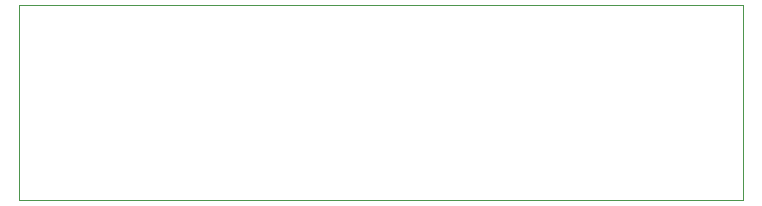
<source format=gbr>
G04 #@! TF.GenerationSoftware,KiCad,Pcbnew,(6.0.0-rc1-dev-305-gf0b8b21)*
G04 #@! TF.CreationDate,2020-02-06T15:36:58-08:00*
G04 #@! TF.ProjectId,5thOrderChebyshevShuntFirst,3574684F726465724368656279736865,rev?*
G04 #@! TF.SameCoordinates,Original*
G04 #@! TF.FileFunction,Profile,NP*
%FSLAX46Y46*%
G04 Gerber Fmt 4.6, Leading zero omitted, Abs format (unit mm)*
G04 Created by KiCad (PCBNEW (6.0.0-rc1-dev-305-gf0b8b21)) date Thursday, February 06, 2020 at 03:36:58 PM*
%MOMM*%
%LPD*%
G01*
G04 APERTURE LIST*
%ADD10C,0.120000*%
G04 APERTURE END LIST*
D10*
X177673000Y-54991000D02*
X116332000Y-54991000D01*
X177673000Y-71501000D02*
X177673000Y-54991000D01*
X116332000Y-71501000D02*
X177673000Y-71501000D01*
X116332000Y-54991000D02*
X116332000Y-71501000D01*
M02*

</source>
